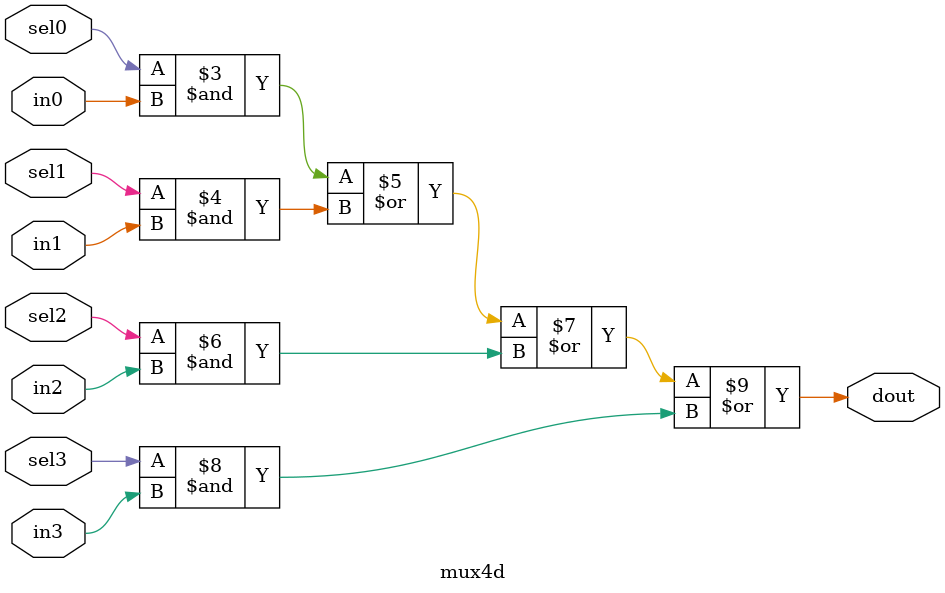
<source format=v>

`timescale 1ps/1ps

module mux4d (dout,
              sel0, in0, 
              sel1, in1, 
              sel2, in2, 
              sel3, in3);

parameter upper = 0;
parameter lower = 0; 
parameter width = upper-lower+1;  // default width of output
   
output [upper:lower] dout;  // data out
reg    [upper:lower] dout;
input                sel0;  // selects
input                sel1;
input                sel2;
input                sel3;
input  [upper:lower] in0;   // data inputs
input  [upper:lower] in1;
input  [upper:lower] in2;
input  [upper:lower] in3;


always @*
    case (^{sel0,sel1,sel2,sel3})
      1'b0, 1'b1:  dout[upper:lower] = ({width{sel0}} & in0[upper:lower]) | 
                                       ({width{sel1}} & in1[upper:lower]) | 
                                       ({width{sel2}} & in2[upper:lower]) | 
                                       ({width{sel3}} & in3[upper:lower]) ;
      default:     dout[upper:lower] = {width{1'bx}};
    endcase

endmodule


</source>
